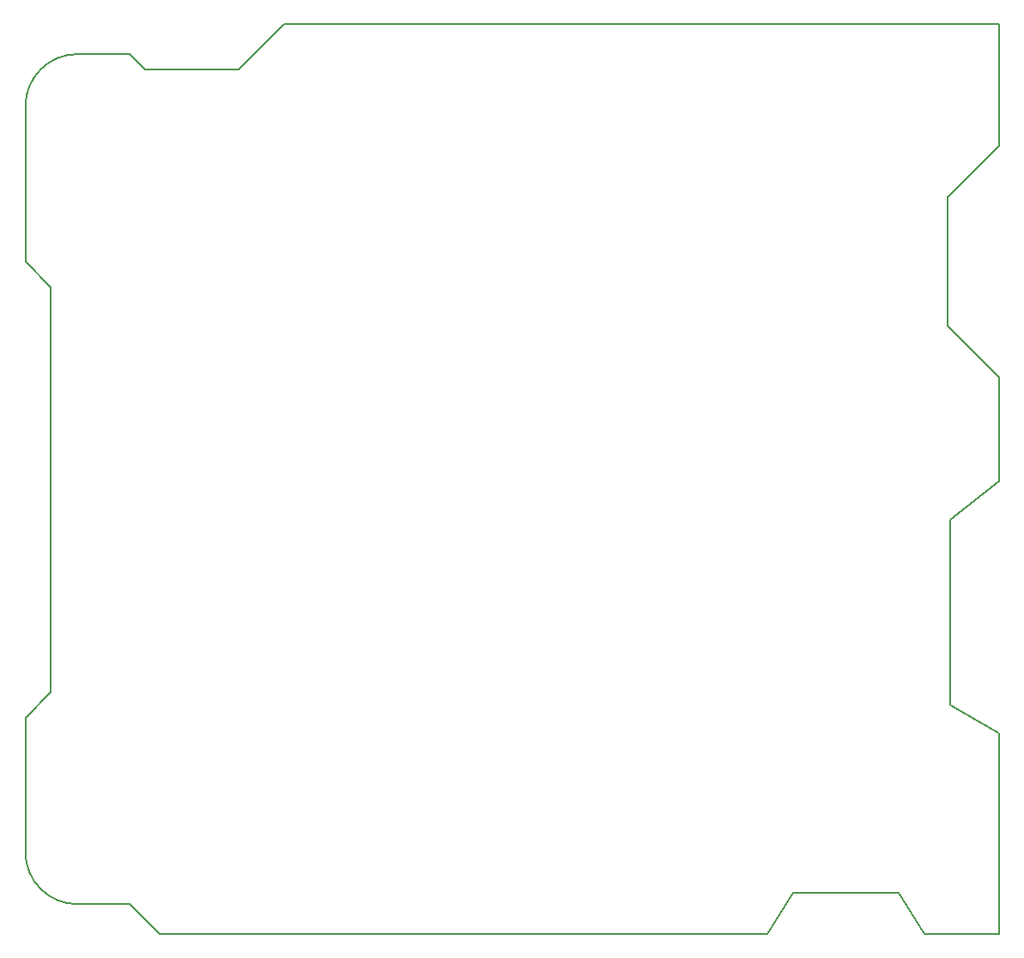
<source format=gm1>
G04 #@! TF.GenerationSoftware,KiCad,Pcbnew,5.99.0-unknown-529461e~86~ubuntu18.04.1*
G04 #@! TF.CreationDate,2019-09-26T16:04:45-03:00*
G04 #@! TF.ProjectId,DPL,44504c2e-6b69-4636-9164-5f7063625858,rev?*
G04 #@! TF.SameCoordinates,Original*
G04 #@! TF.FileFunction,Profile,NP*
%FSLAX46Y46*%
G04 Gerber Fmt 4.6, Leading zero omitted, Abs format (unit mm)*
G04 Created by KiCad (PCBNEW 5.99.0-unknown-529461e~86~ubuntu18.04.1) date 2019-09-26 16:04:45*
%MOMM*%
%LPD*%
G04 APERTURE LIST*
%ADD10C,0.200000*%
G04 APERTURE END LIST*
D10*
X112350000Y-108090000D02*
X112350000Y-121390000D01*
X112350000Y-47730000D02*
G75*
G02X117480000Y-42600000I5130000J0D01*
G01*
X122660000Y-42600000D02*
X117480000Y-42600000D01*
X124150000Y-44090000D02*
X133370000Y-44090000D01*
X122660000Y-42600000D02*
X124150000Y-44090000D01*
X137860000Y-39610000D02*
X208390000Y-39610000D01*
X133370000Y-44090000D02*
X137860000Y-39610000D01*
X208390000Y-39610000D02*
X208390000Y-51660000D01*
X203340000Y-56720000D02*
X203340000Y-69470000D01*
X208390000Y-51660000D02*
X203340000Y-56720000D01*
X208390000Y-74520000D02*
X208390000Y-84730000D01*
X203340000Y-69470000D02*
X208390000Y-74520000D01*
X203560000Y-88590000D02*
X203560000Y-106880000D01*
X208390000Y-84730000D02*
X203560000Y-88590000D01*
X208390000Y-109670000D02*
X208390000Y-129480000D01*
X203560000Y-106880000D02*
X208390000Y-109670000D01*
X208390000Y-129480000D02*
X201020000Y-129480000D01*
X198460000Y-125380000D02*
X188070000Y-125380000D01*
X201020000Y-129480000D02*
X198460000Y-125380000D01*
X185520000Y-129480000D02*
X125620000Y-129480000D01*
X188070000Y-125380000D02*
X185520000Y-129480000D01*
X114850000Y-105590000D02*
X114850000Y-65590000D01*
X112350000Y-63090000D02*
X112350000Y-47730000D01*
X112350000Y-108090000D02*
X114850000Y-105590000D01*
X114850000Y-65590000D02*
X112350000Y-63090000D01*
X117480000Y-126520000D02*
G75*
G02X112350000Y-121390000I0J5130000D01*
G01*
X122660000Y-126520000D02*
X117480000Y-126520000D01*
X125620000Y-129480000D02*
X122660000Y-126520000D01*
M02*

</source>
